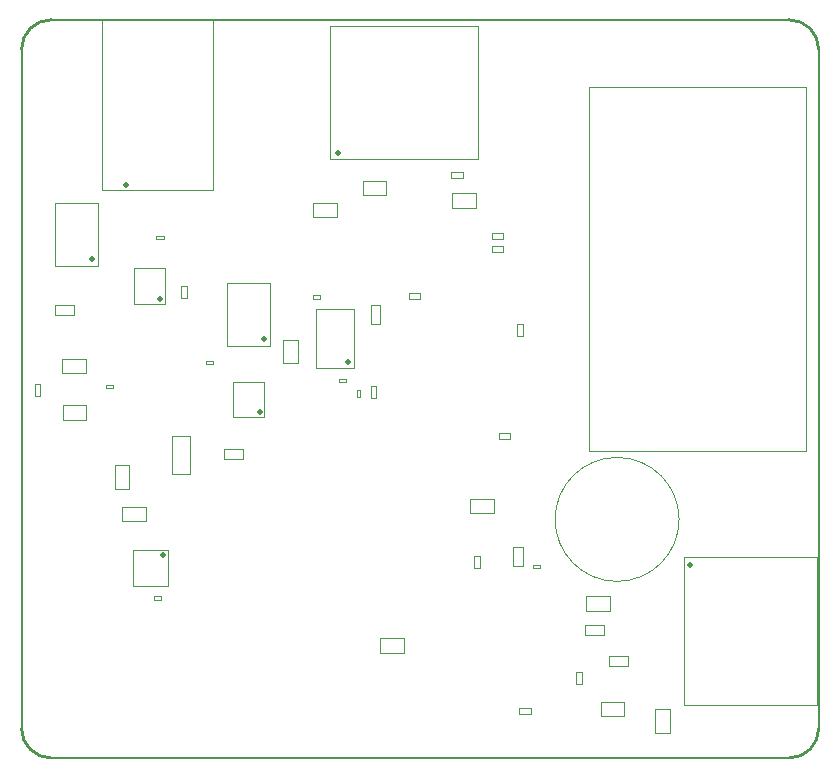
<source format=gm1>
G04 Layer_Color=16711935*
%FSLAX43Y43*%
%MOMM*%
G71*
G01*
G75*
%ADD43C,0.500*%
%ADD44C,0.200*%
%ADD45C,0.254*%
%ADD57C,0.020*%
%ADD58C,0.100*%
D43*
X26800Y43750D02*
D03*
X56625Y8825D02*
D03*
X5950Y34725D02*
D03*
X8850Y40975D02*
D03*
X11750Y31350D02*
D03*
X20525Y27950D02*
D03*
X20150Y21750D02*
D03*
X12000Y9675D02*
D03*
X27625Y26025D02*
D03*
D44*
X0Y-5000D02*
Y52500D01*
X2500Y-7500D02*
X65000D01*
X67500Y-5000D02*
Y52500D01*
X2500Y55000D02*
X65000D01*
D45*
X67500Y52500D02*
G03*
X65000Y55000I-2500J0D01*
G01*
Y-7500D02*
G03*
X67500Y-5000I0J2500D01*
G01*
X0D02*
G03*
X2500Y-7500I2500J0D01*
G01*
Y55000D02*
G03*
X0Y52500I0J-2500D01*
G01*
D57*
X55675Y12700D02*
G03*
X55675Y12700I-5250J0D01*
G01*
D58*
X26150Y54450D02*
X38650D01*
X26150Y43250D02*
X38650D01*
Y54450D01*
X26150Y43250D02*
Y54450D01*
X30376Y1425D02*
Y2625D01*
X32375Y1425D02*
Y2625D01*
X30376D02*
X32375D01*
X30376Y1425D02*
X32375D01*
X39999Y13250D02*
Y14450D01*
X38000Y13250D02*
Y14450D01*
Y13250D02*
X39999D01*
X38000Y14450D02*
X39999D01*
X42100Y-3775D02*
X43100D01*
X42100Y-3275D02*
X43100D01*
Y-3775D02*
Y-3275D01*
X42100Y-3775D02*
Y-3275D01*
X46975Y-1200D02*
Y-200D01*
X47475Y-1200D02*
Y-200D01*
X46975Y-1200D02*
X47475D01*
X46975Y-200D02*
X47475D01*
X51375Y300D02*
Y1100D01*
X49775Y300D02*
Y1100D01*
Y300D02*
X51375D01*
X49775Y1100D02*
X51375D01*
X49325Y2925D02*
Y3725D01*
X47725Y2925D02*
Y3725D01*
Y2925D02*
X49325D01*
X47725Y3725D02*
X49325D01*
X67325Y-3025D02*
Y9475D01*
X56125Y-3025D02*
Y9475D01*
Y-3025D02*
X67325D01*
X56125Y9475D02*
X67325D01*
X48082Y18480D02*
X66382D01*
X48082D02*
Y49290D01*
X66382D01*
Y18480D02*
Y49290D01*
X24701Y38300D02*
Y39500D01*
X26700Y38300D02*
Y39500D01*
X24701D02*
X26700D01*
X24701Y38300D02*
X26700D01*
X28876Y40125D02*
Y41325D01*
X30875Y40125D02*
Y41325D01*
X28876D02*
X30875D01*
X28876Y40125D02*
X30875D01*
X36451Y39100D02*
Y40300D01*
X38450Y39100D02*
Y40300D01*
X36451D02*
X38450D01*
X36451Y39100D02*
X38450D01*
X36400Y42075D02*
X37400D01*
X36400Y41575D02*
X37400D01*
X36400D02*
Y42075D01*
X37400Y41575D02*
Y42075D01*
X2850Y39525D02*
X6450D01*
X2850Y34125D02*
Y39525D01*
Y34125D02*
X6450D01*
Y39525D01*
X16250Y40575D02*
Y54975D01*
X6850Y40575D02*
Y54975D01*
X16250D01*
X6850Y40575D02*
X16250D01*
X9530Y30930D02*
X12170D01*
X9530D02*
Y33970D01*
X12170D01*
Y30930D02*
Y33970D01*
X11425Y36425D02*
X12025D01*
X11425Y36725D02*
X12025D01*
Y36425D02*
Y36725D01*
X11425Y36425D02*
Y36725D01*
X13525Y31475D02*
Y32475D01*
X14025Y31475D02*
Y32475D01*
X13525Y31475D02*
X14025D01*
X13525Y32475D02*
X14025D01*
X4450Y30025D02*
Y30825D01*
X2850Y30025D02*
Y30825D01*
Y30025D02*
X4450D01*
X2850Y30825D02*
X4450D01*
X5499Y21150D02*
Y22350D01*
X3500Y21150D02*
Y22350D01*
Y21150D02*
X5499D01*
X3500Y22350D02*
X5499D01*
X5449Y25075D02*
Y26275D01*
X3450Y25075D02*
Y26275D01*
Y25075D02*
X5449D01*
X3450Y26275D02*
X5449D01*
X1600Y23175D02*
Y24175D01*
X1100Y23175D02*
Y24175D01*
X1600D01*
X1100Y23175D02*
X1600D01*
X7150Y24100D02*
X7750D01*
X7150Y23800D02*
X7750D01*
X7150D02*
Y24100D01*
X7750Y23800D02*
Y24100D01*
X22175Y27899D02*
X23375D01*
X22175Y25900D02*
X23375D01*
Y27899D01*
X22175Y25900D02*
Y27899D01*
X15625Y25850D02*
X16225D01*
X15625Y26150D02*
X16225D01*
Y25850D02*
Y26150D01*
X15625Y25850D02*
Y26150D01*
X17425Y32750D02*
X21025D01*
X17425Y27350D02*
Y32750D01*
Y27350D02*
X21025D01*
Y32750D01*
X17930Y21330D02*
X20570D01*
X17930D02*
Y24370D01*
X20570D01*
Y21330D02*
Y24370D01*
X18725Y17825D02*
Y18625D01*
X17125Y17825D02*
Y18625D01*
Y17825D02*
X18725D01*
X17125Y18625D02*
X18725D01*
X14275Y16525D02*
Y19725D01*
X12725Y16525D02*
Y19725D01*
X14275D01*
X12725Y16525D02*
X14275D01*
X10549Y12550D02*
Y13750D01*
X8550Y12550D02*
Y13750D01*
Y12550D02*
X10549D01*
X8550Y13750D02*
X10549D01*
X7925Y15301D02*
X9125D01*
X7925Y17300D02*
X9125D01*
X7925Y15301D02*
Y17300D01*
X9125Y15301D02*
Y17300D01*
X9400Y10075D02*
X12400D01*
X9400Y7075D02*
Y10075D01*
Y7075D02*
X12400D01*
Y10075D01*
X11225Y6175D02*
X11825D01*
X11225Y5875D02*
X11825D01*
X11225D02*
Y6175D01*
X11825Y5875D02*
Y6175D01*
X32775Y31325D02*
X33775D01*
X32775Y31825D02*
X33775D01*
Y31325D02*
Y31825D01*
X32775Y31325D02*
Y31825D01*
X29550Y29275D02*
Y30875D01*
X30350Y29275D02*
Y30875D01*
X29550Y29275D02*
X30350D01*
X29550Y30875D02*
X30350D01*
X41925Y28225D02*
Y29225D01*
X42425Y28225D02*
Y29225D01*
X41925Y28225D02*
X42425D01*
X41925Y29225D02*
X42425D01*
X40400Y19975D02*
X41400D01*
X40400Y19475D02*
X41400D01*
X40400D02*
Y19975D01*
X41400Y19475D02*
Y19975D01*
X39800Y35325D02*
X40800D01*
X39800Y35825D02*
X40800D01*
Y35325D02*
Y35825D01*
X39800Y35325D02*
Y35825D01*
Y36950D02*
X40800D01*
X39800Y36450D02*
X40800D01*
X39800D02*
Y36950D01*
X40800Y36450D02*
Y36950D01*
X28375Y23025D02*
Y23625D01*
X28675Y23025D02*
Y23625D01*
X28375Y23025D02*
X28675D01*
X28375Y23625D02*
X28675D01*
X30050Y22975D02*
Y23975D01*
X29550Y22975D02*
Y23975D01*
X30050D01*
X29550Y22975D02*
X30050D01*
X24938Y25525D02*
X28112D01*
Y30525D01*
X24938D02*
X28112D01*
X24938Y25525D02*
Y30525D01*
X26875Y24600D02*
X27475D01*
X26875Y24300D02*
X27475D01*
X26875D02*
Y24600D01*
X27475Y24300D02*
Y24600D01*
X24675Y31700D02*
X25275D01*
X24675Y31400D02*
X25275D01*
X24675D02*
Y31700D01*
X25275Y31400D02*
Y31700D01*
X49824Y4975D02*
Y6175D01*
X47825Y4975D02*
Y6175D01*
Y4975D02*
X49824D01*
X47825Y6175D02*
X49824D01*
X41650Y8725D02*
X42450D01*
X41650Y10325D02*
X42450D01*
X41650Y8725D02*
Y10325D01*
X42450Y8725D02*
Y10325D01*
X43900Y8550D02*
Y8850D01*
X43300Y8550D02*
Y8850D01*
Y8550D02*
X43900D01*
X43300Y8850D02*
X43900D01*
X51049Y-3975D02*
Y-2775D01*
X49050Y-3975D02*
Y-2775D01*
Y-3975D02*
X51049D01*
X49050Y-2775D02*
X51049D01*
X53675Y-5374D02*
X54875D01*
X53675Y-3375D02*
X54875D01*
X53675Y-5374D02*
Y-3375D01*
X54875Y-5374D02*
Y-3375D01*
X38800Y8575D02*
Y9575D01*
X38300Y8575D02*
Y9575D01*
X38800D01*
X38300Y8575D02*
X38800D01*
M02*

</source>
